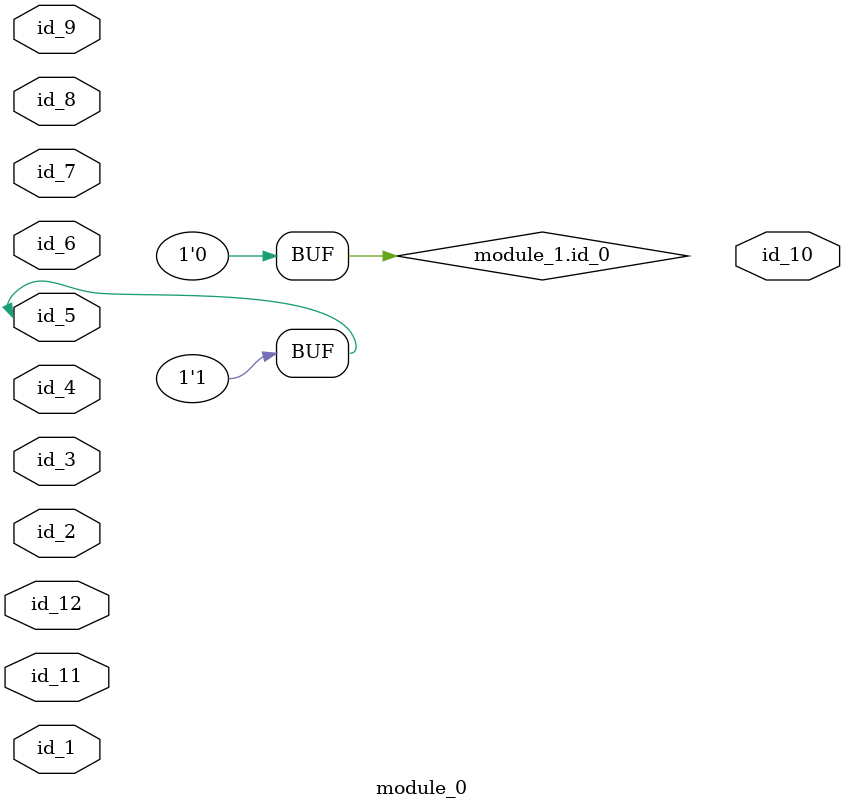
<source format=v>
module module_0 (
    id_1,
    id_2,
    id_3,
    id_4,
    id_5,
    id_6,
    id_7,
    id_8,
    id_9,
    id_10,
    id_11,
    id_12
);
  input wire id_12;
  inout wire id_11;
  output wire id_10;
  inout wire id_9;
  inout wire id_8;
  input wire id_7;
  assign module_1.id_0 = 0;
  input wire id_6;
  inout wire id_5;
  inout wire id_4;
  inout wire id_3;
  input wire id_2;
  inout wire id_1;
  assign id_5 = 1;
endmodule
module module_1 (
    output wand id_0,
    output wor  id_1
);
  wire id_3;
  module_0 modCall_1 (
      id_3,
      id_3,
      id_3,
      id_3,
      id_3,
      id_3,
      id_3,
      id_3,
      id_3,
      id_3,
      id_3,
      id_3
  );
endmodule

</source>
